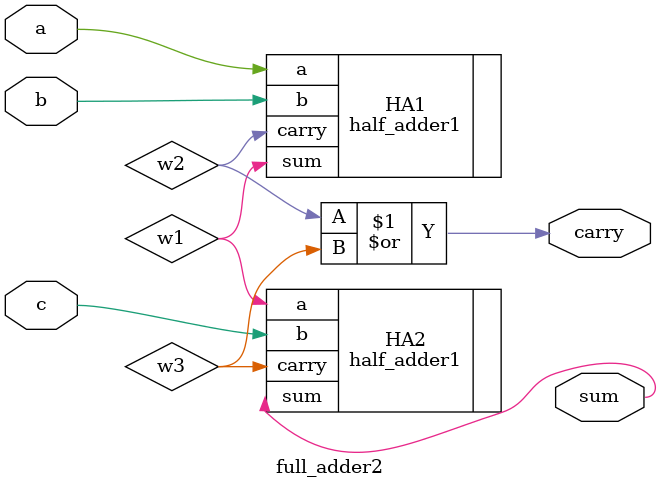
<source format=v>
module full_adder2(a,b,c,sum,carry);
input a,b,c;
output sum ,carry;
wire w1,w2,w3;
half_adder1 HA1(.a(a),.b(b),.sum(w1),.carry(w2));
half_adder1 HA2(.a(w1),.b(c),.sum(sum),.carry(w3));
or OR1(carry,w2,w3);
endmodule
 
</source>
